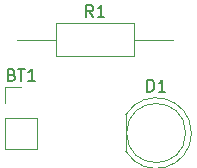
<source format=gbr>
%TF.GenerationSoftware,KiCad,Pcbnew,(6.0.7)*%
%TF.CreationDate,2022-08-26T10:14:31-04:00*%
%TF.ProjectId,Proj_0,50726f6a-5f30-42e6-9b69-6361645f7063,rev?*%
%TF.SameCoordinates,Original*%
%TF.FileFunction,Legend,Top*%
%TF.FilePolarity,Positive*%
%FSLAX46Y46*%
G04 Gerber Fmt 4.6, Leading zero omitted, Abs format (unit mm)*
G04 Created by KiCad (PCBNEW (6.0.7)) date 2022-08-26 10:14:31*
%MOMM*%
%LPD*%
G01*
G04 APERTURE LIST*
%ADD10C,0.150000*%
%ADD11C,0.120000*%
G04 APERTURE END LIST*
D10*
%TO.C,R1*%
X115313333Y-68902380D02*
X114980000Y-68426190D01*
X114741904Y-68902380D02*
X114741904Y-67902380D01*
X115122857Y-67902380D01*
X115218095Y-67950000D01*
X115265714Y-67997619D01*
X115313333Y-68092857D01*
X115313333Y-68235714D01*
X115265714Y-68330952D01*
X115218095Y-68378571D01*
X115122857Y-68426190D01*
X114741904Y-68426190D01*
X116265714Y-68902380D02*
X115694285Y-68902380D01*
X115980000Y-68902380D02*
X115980000Y-67902380D01*
X115884761Y-68045238D01*
X115789523Y-68140476D01*
X115694285Y-68188095D01*
%TO.C,BT1*%
X108434285Y-73798571D02*
X108577142Y-73846190D01*
X108624761Y-73893809D01*
X108672380Y-73989047D01*
X108672380Y-74131904D01*
X108624761Y-74227142D01*
X108577142Y-74274761D01*
X108481904Y-74322380D01*
X108100952Y-74322380D01*
X108100952Y-73322380D01*
X108434285Y-73322380D01*
X108529523Y-73370000D01*
X108577142Y-73417619D01*
X108624761Y-73512857D01*
X108624761Y-73608095D01*
X108577142Y-73703333D01*
X108529523Y-73750952D01*
X108434285Y-73798571D01*
X108100952Y-73798571D01*
X108958095Y-73322380D02*
X109529523Y-73322380D01*
X109243809Y-74322380D02*
X109243809Y-73322380D01*
X110386666Y-74322380D02*
X109815238Y-74322380D01*
X110100952Y-74322380D02*
X110100952Y-73322380D01*
X110005714Y-73465238D01*
X109910476Y-73560476D01*
X109815238Y-73608095D01*
%TO.C,D1*%
X119911904Y-75232380D02*
X119911904Y-74232380D01*
X120150000Y-74232380D01*
X120292857Y-74280000D01*
X120388095Y-74375238D01*
X120435714Y-74470476D01*
X120483333Y-74660952D01*
X120483333Y-74803809D01*
X120435714Y-74994285D01*
X120388095Y-75089523D01*
X120292857Y-75184761D01*
X120150000Y-75232380D01*
X119911904Y-75232380D01*
X121435714Y-75232380D02*
X120864285Y-75232380D01*
X121150000Y-75232380D02*
X121150000Y-74232380D01*
X121054761Y-74375238D01*
X120959523Y-74470476D01*
X120864285Y-74518095D01*
D11*
%TO.C,R1*%
X112210000Y-69450000D02*
X112210000Y-72190000D01*
X118750000Y-69450000D02*
X112210000Y-69450000D01*
X122060000Y-70820000D02*
X118750000Y-70820000D01*
X112210000Y-72190000D02*
X118750000Y-72190000D01*
X108900000Y-70820000D02*
X112210000Y-70820000D01*
X118750000Y-72190000D02*
X118750000Y-69450000D01*
%TO.C,BT1*%
X107890000Y-76200000D02*
X107890000Y-74870000D01*
X107890000Y-80070000D02*
X110550000Y-80070000D01*
X107890000Y-77470000D02*
X110550000Y-77470000D01*
X110550000Y-77470000D02*
X110550000Y-80070000D01*
X107890000Y-77470000D02*
X107890000Y-80070000D01*
X107890000Y-74870000D02*
X109220000Y-74870000D01*
%TO.C,D1*%
X118090000Y-77195000D02*
X118090000Y-80285000D01*
X118090000Y-80284830D02*
G75*
G03*
X123640000Y-78739538I2560000J1544830D01*
G01*
X123640000Y-78740462D02*
G75*
G03*
X118090000Y-77195170I-2990000J462D01*
G01*
X123150000Y-78740000D02*
G75*
G03*
X123150000Y-78740000I-2500000J0D01*
G01*
%TD*%
M02*

</source>
